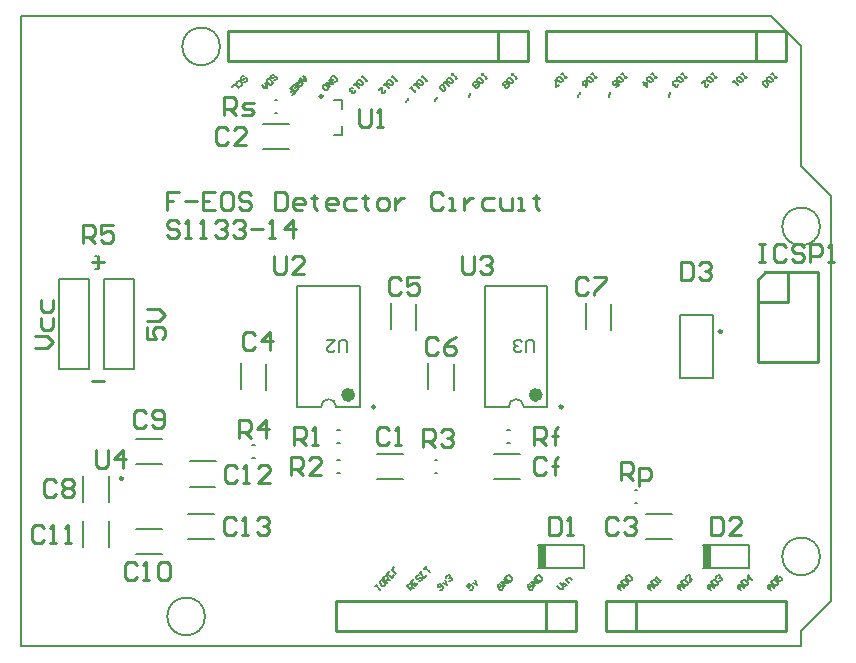
<source format=gto>
G04*
G04 #@! TF.GenerationSoftware,Altium Limited,Altium Designer,20.0.12 (288)*
G04*
G04 Layer_Color=65535*
%FSLAX25Y25*%
%MOIN*%
G70*
G01*
G75*
%ADD10C,0.00984*%
%ADD11C,0.00787*%
%ADD12C,0.02362*%
%ADD13C,0.01000*%
%ADD14C,0.00500*%
%ADD15R,0.03150X0.07480*%
%ADD16C,0.00700*%
D10*
X233563Y105000D02*
G03*
X233563Y105000I-492J0D01*
G01*
X33937Y56004D02*
G03*
X33937Y56004I-492J0D01*
G01*
X100492Y183346D02*
G03*
X100492Y183346I-492J0D01*
G01*
X180492Y79882D02*
G03*
X180492Y79882I-492J0D01*
G01*
X117992D02*
G03*
X117992Y79882I-492J0D01*
G01*
D11*
X167500Y79921D02*
G03*
X162500Y79921I-2500J0D01*
G01*
X105000D02*
G03*
X100000Y79921I-2500J0D01*
G01*
X24487Y125711D02*
X25274D01*
X24487Y130239D02*
X25274D01*
X219488Y89488D02*
Y110512D01*
X230512Y89488D02*
Y110512D01*
X219488Y89488D02*
X230512D01*
X219488Y110512D02*
X230512D01*
X105354Y72264D02*
X106142D01*
X105354Y67736D02*
X106142D01*
X27500Y122500D02*
X37500D01*
Y92500D02*
Y122500D01*
X27500Y92500D02*
X37500D01*
X27500D02*
Y122500D01*
X12500D02*
X22500D01*
Y92500D02*
Y122500D01*
X12500Y92500D02*
X22500D01*
X12500D02*
Y122500D01*
X123268Y105669D02*
Y114331D01*
X131763Y105648D02*
Y114310D01*
X135768Y85669D02*
Y94331D01*
X144263Y85648D02*
Y94310D01*
X188268Y105669D02*
Y114331D01*
X196763Y105648D02*
Y114310D01*
X77106Y67264D02*
X77894D01*
X77106Y62736D02*
X77894D01*
X204606Y47736D02*
X205394D01*
X204606Y52264D02*
X205394D01*
X208169Y35768D02*
X216831D01*
X208190Y44262D02*
X216852D01*
X38190Y39263D02*
X46852D01*
X38169Y30768D02*
X46831D01*
X29263Y48148D02*
Y56810D01*
X20768Y48169D02*
Y56831D01*
X20738Y33190D02*
Y41852D01*
X29232Y33169D02*
Y41831D01*
X56143Y61762D02*
X64805D01*
X56122Y53268D02*
X64784D01*
X55690Y44262D02*
X64352D01*
X55669Y35768D02*
X64331D01*
X104134Y182165D02*
X106890D01*
Y179016D02*
Y182165D01*
X104134Y170354D02*
X106890D01*
Y173504D01*
X84606Y177736D02*
X85394D01*
X84606Y182264D02*
X85394D01*
X80648Y165737D02*
X89310D01*
X80669Y174232D02*
X89331D01*
X162106Y67736D02*
X162894D01*
X162106Y72264D02*
X162894D01*
X157738Y64262D02*
X166399D01*
X157717Y55768D02*
X166378D01*
X105354Y57736D02*
X106142D01*
X105354Y62264D02*
X106142D01*
X118601Y55738D02*
X127262D01*
X118622Y64232D02*
X127284D01*
X187677Y26260D02*
Y33740D01*
X172323Y26260D02*
X187677D01*
X172323Y33740D02*
X187677D01*
X242677Y26260D02*
Y33740D01*
X227323Y26260D02*
X242677D01*
X227323Y33740D02*
X242677D01*
X175433Y79921D02*
Y120079D01*
X154567Y79921D02*
Y120079D01*
X167500Y79921D02*
X175433D01*
X154567D02*
X162500D01*
X154567Y120079D02*
X175433D01*
X112933Y79921D02*
Y120079D01*
X92067Y79921D02*
Y120079D01*
X105000Y79921D02*
X112933D01*
X92067D02*
X100000D01*
X92067Y120079D02*
X112933D01*
X137854Y57736D02*
X138642D01*
X137854Y62264D02*
X138642D01*
X81762Y85648D02*
Y94310D01*
X73268Y85669D02*
Y94331D01*
X38190Y69262D02*
X46852D01*
X38169Y60768D02*
X46831D01*
D12*
X172677Y83858D02*
G03*
X172677Y83858I-1181J0D01*
G01*
X110177D02*
G03*
X110177Y83858I-1181J0D01*
G01*
D13*
X195000Y10000D02*
Y15000D01*
X205000D01*
Y5000D02*
X255000D01*
Y15000D01*
X205000D02*
X255000D01*
X205000Y5000D02*
Y15000D01*
X195000Y5000D02*
X205000D01*
X195000D02*
Y10000D01*
X169000Y195000D02*
Y205000D01*
X159000Y195000D02*
X169000D01*
X159000D02*
Y205000D01*
X69000D02*
X159000D01*
X69000Y195000D02*
Y205000D01*
Y195000D02*
X159000D01*
Y205000D02*
X169000D01*
X255000Y195000D02*
Y205000D01*
X175000Y195000D02*
X255000D01*
X175000D02*
Y205000D01*
X255000D01*
X245000Y195000D02*
Y205000D01*
X185000Y5000D02*
Y15000D01*
X105000Y5000D02*
X185000D01*
X105000D02*
Y15000D01*
X185000D01*
X175000Y5000D02*
Y15000D01*
X245551Y94803D02*
X265551D01*
Y124803D01*
X245551Y114803D02*
X255551D01*
Y124803D01*
X245551Y94803D02*
Y122303D01*
X248051Y124803D01*
X265551D01*
X52499Y151596D02*
X48500D01*
Y148597D01*
X50499D01*
X48500D01*
Y145598D01*
X54498Y148597D02*
X58497D01*
X64495Y151596D02*
X60496D01*
Y145598D01*
X64495D01*
X60496Y148597D02*
X62495D01*
X69493Y151596D02*
X67494D01*
X66494Y150596D01*
Y146597D01*
X67494Y145598D01*
X69493D01*
X70493Y146597D01*
Y150596D01*
X69493Y151596D01*
X76491Y150596D02*
X75491Y151596D01*
X73492D01*
X72492Y150596D01*
Y149596D01*
X73492Y148597D01*
X75491D01*
X76491Y147597D01*
Y146597D01*
X75491Y145598D01*
X73492D01*
X72492Y146597D01*
X84488Y151596D02*
Y145598D01*
X87487D01*
X88487Y146597D01*
Y150596D01*
X87487Y151596D01*
X84488D01*
X93485Y145598D02*
X91486D01*
X90486Y146597D01*
Y148597D01*
X91486Y149596D01*
X93485D01*
X94485Y148597D01*
Y147597D01*
X90486D01*
X97484Y150596D02*
Y149596D01*
X96485D01*
X98484D01*
X97484D01*
Y146597D01*
X98484Y145598D01*
X104482D02*
X102482D01*
X101483Y146597D01*
Y148597D01*
X102482Y149596D01*
X104482D01*
X105482Y148597D01*
Y147597D01*
X101483D01*
X111480Y149596D02*
X108481D01*
X107481Y148597D01*
Y146597D01*
X108481Y145598D01*
X111480D01*
X114479Y150596D02*
Y149596D01*
X113479D01*
X115478D01*
X114479D01*
Y146597D01*
X115478Y145598D01*
X119477D02*
X121476D01*
X122476Y146597D01*
Y148597D01*
X121476Y149596D01*
X119477D01*
X118477Y148597D01*
Y146597D01*
X119477Y145598D01*
X124475Y149596D02*
Y145598D01*
Y147597D01*
X125475Y148597D01*
X126475Y149596D01*
X127474D01*
X140470Y150596D02*
X139471Y151596D01*
X137471D01*
X136471Y150596D01*
Y146597D01*
X137471Y145598D01*
X139471D01*
X140470Y146597D01*
X142470Y145598D02*
X144469D01*
X143469D01*
Y149596D01*
X142470D01*
X147468D02*
Y145598D01*
Y147597D01*
X148468Y148597D01*
X149467Y149596D01*
X150467D01*
X157465D02*
X154466D01*
X153466Y148597D01*
Y146597D01*
X154466Y145598D01*
X157465D01*
X159464Y149596D02*
Y146597D01*
X160464Y145598D01*
X163463D01*
Y149596D01*
X165462Y145598D02*
X167462D01*
X166462D01*
Y149596D01*
X165462D01*
X171460Y150596D02*
Y149596D01*
X170460D01*
X172460D01*
X171460D01*
Y146597D01*
X172460Y145598D01*
X52499Y140998D02*
X51499Y141998D01*
X49500D01*
X48500Y140998D01*
Y139999D01*
X49500Y138999D01*
X51499D01*
X52499Y137999D01*
Y137000D01*
X51499Y136000D01*
X49500D01*
X48500Y137000D01*
X54498Y136000D02*
X56497D01*
X55498D01*
Y141998D01*
X54498Y140998D01*
X59496Y136000D02*
X61496D01*
X60496D01*
Y141998D01*
X59496Y140998D01*
X64495D02*
X65495Y141998D01*
X67494D01*
X68493Y140998D01*
Y139999D01*
X67494Y138999D01*
X66494D01*
X67494D01*
X68493Y137999D01*
Y137000D01*
X67494Y136000D01*
X65495D01*
X64495Y137000D01*
X70493Y140998D02*
X71493Y141998D01*
X73492D01*
X74492Y140998D01*
Y139999D01*
X73492Y138999D01*
X72492D01*
X73492D01*
X74492Y137999D01*
Y137000D01*
X73492Y136000D01*
X71493D01*
X70493Y137000D01*
X76491Y138999D02*
X80490D01*
X82489Y136000D02*
X84488D01*
X83489D01*
Y141998D01*
X82489Y140998D01*
X90486Y136000D02*
Y141998D01*
X87487Y138999D01*
X91486D01*
X20481Y134375D02*
Y140373D01*
X23480D01*
X24479Y139373D01*
Y137374D01*
X23480Y136374D01*
X20481D01*
X22480D02*
X24479Y134375D01*
X30477Y140373D02*
X26479D01*
Y137374D01*
X28478Y138374D01*
X29478D01*
X30477Y137374D01*
Y135375D01*
X29478Y134375D01*
X27479D01*
X26479Y135375D01*
X220002Y127999D02*
Y122001D01*
X223001D01*
X224000Y123001D01*
Y126999D01*
X223001Y127999D01*
X220002D01*
X226000Y126999D02*
X226999Y127999D01*
X228999D01*
X229998Y126999D01*
Y126000D01*
X228999Y125000D01*
X227999D01*
X228999D01*
X229998Y124000D01*
Y123001D01*
X228999Y122001D01*
X226999D01*
X226000Y123001D01*
X91001Y67001D02*
Y72999D01*
X94000D01*
X95000Y71999D01*
Y70000D01*
X94000Y69000D01*
X91001D01*
X93001D02*
X95000Y67001D01*
X96999D02*
X98999D01*
X97999D01*
Y72999D01*
X96999Y71999D01*
X23500Y88500D02*
X27499D01*
X23500Y127999D02*
X27499D01*
X25499Y129999D02*
Y126000D01*
X189000Y121999D02*
X188001Y122999D01*
X186001D01*
X185002Y121999D01*
Y118001D01*
X186001Y117001D01*
X188001D01*
X189000Y118001D01*
X191000Y122999D02*
X194998D01*
Y121999D01*
X191000Y118001D01*
Y117001D01*
X25002Y65499D02*
Y60501D01*
X26001Y59501D01*
X28001D01*
X29000Y60501D01*
Y65499D01*
X33999Y59501D02*
Y65499D01*
X31000Y62500D01*
X34998D01*
X84300Y130198D02*
Y125200D01*
X85300Y124200D01*
X87299D01*
X88299Y125200D01*
Y130198D01*
X94297Y124200D02*
X90298D01*
X94297Y128199D01*
Y129198D01*
X93297Y130198D01*
X91298D01*
X90298Y129198D01*
X146800Y130198D02*
Y125200D01*
X147800Y124200D01*
X149799D01*
X150799Y125200D01*
Y130198D01*
X152798Y129198D02*
X153798Y130198D01*
X155797D01*
X156797Y129198D01*
Y128199D01*
X155797Y127199D01*
X154797D01*
X155797D01*
X156797Y126199D01*
Y125200D01*
X155797Y124200D01*
X153798D01*
X152798Y125200D01*
X112635Y179259D02*
Y174260D01*
X113635Y173261D01*
X115634D01*
X116634Y174260D01*
Y179259D01*
X118633Y173261D02*
X120633D01*
X119633D01*
Y179259D01*
X118633Y178259D01*
X67502Y177001D02*
Y182999D01*
X70501D01*
X71500Y181999D01*
Y180000D01*
X70501Y179000D01*
X67502D01*
X69501D02*
X71500Y177001D01*
X73500D02*
X76499D01*
X77498Y178001D01*
X76499Y179000D01*
X74499D01*
X73500Y180000D01*
X74499Y181000D01*
X77498D01*
X200002Y55501D02*
Y61499D01*
X203001D01*
X204000Y60499D01*
Y58500D01*
X203001Y57500D01*
X200002D01*
X202001D02*
X204000Y55501D01*
X206000Y53501D02*
Y59499D01*
X208999D01*
X209998Y58500D01*
Y56500D01*
X208999Y55501D01*
X206000D01*
X171001Y67001D02*
Y72999D01*
X174000D01*
X175000Y71999D01*
Y70000D01*
X174000Y69000D01*
X171001D01*
X173001D02*
X175000Y67001D01*
X177999D02*
Y71999D01*
Y70000D01*
X176999D01*
X178999D01*
X177999D01*
Y71999D01*
X178999Y72999D01*
X72502Y69501D02*
Y75499D01*
X75501D01*
X76500Y74499D01*
Y72500D01*
X75501Y71500D01*
X72502D01*
X74501D02*
X76500Y69501D01*
X81499D02*
Y75499D01*
X78500Y72500D01*
X82498D01*
X90002Y57001D02*
Y62999D01*
X93001D01*
X94000Y61999D01*
Y60000D01*
X93001Y59000D01*
X90002D01*
X92001D02*
X94000Y57001D01*
X99998D02*
X96000D01*
X99998Y61000D01*
Y61999D01*
X98999Y62999D01*
X96999D01*
X96000Y61999D01*
X133800Y66400D02*
Y72398D01*
X136799D01*
X137799Y71398D01*
Y69399D01*
X136799Y68399D01*
X133800D01*
X135799D02*
X137799Y66400D01*
X139798Y71398D02*
X140798Y72398D01*
X142797D01*
X143797Y71398D01*
Y70399D01*
X142797Y69399D01*
X141797D01*
X142797D01*
X143797Y68399D01*
Y67400D01*
X142797Y66400D01*
X140798D01*
X139798Y67400D01*
X4501Y99503D02*
X8500D01*
X10499Y101502D01*
X8500Y103501D01*
X4501D01*
X6500Y109499D02*
Y106500D01*
X7500Y105501D01*
X9499D01*
X10499Y106500D01*
Y109499D01*
X6500Y115497D02*
Y112498D01*
X7500Y111499D01*
X9499D01*
X10499Y112498D01*
Y115497D01*
X42001Y106500D02*
Y102502D01*
X45000D01*
X44000Y104501D01*
Y105501D01*
X45000Y106500D01*
X46999D01*
X47999Y105501D01*
Y103501D01*
X46999Y102502D01*
X42001Y108500D02*
X46000D01*
X47999Y110499D01*
X46000Y112498D01*
X42001D01*
X230002Y42999D02*
Y37001D01*
X233001D01*
X234000Y38001D01*
Y41999D01*
X233001Y42999D01*
X230002D01*
X239998Y37001D02*
X236000D01*
X239998Y41000D01*
Y41999D01*
X238999Y42999D01*
X236999D01*
X236000Y41999D01*
X176001Y42999D02*
Y37001D01*
X179000D01*
X180000Y38001D01*
Y41999D01*
X179000Y42999D01*
X176001D01*
X181999Y37001D02*
X183999D01*
X182999D01*
Y42999D01*
X181999Y41999D01*
X175000Y61999D02*
X174000Y62999D01*
X172001D01*
X171001Y61999D01*
Y58001D01*
X172001Y57001D01*
X174000D01*
X175000Y58001D01*
X177999Y57001D02*
Y61999D01*
Y60000D01*
X176999D01*
X178999D01*
X177999D01*
Y61999D01*
X178999Y62999D01*
X69000Y171999D02*
X68001Y172999D01*
X66001D01*
X65002Y171999D01*
Y168001D01*
X66001Y167001D01*
X68001D01*
X69000Y168001D01*
X74998Y167001D02*
X71000D01*
X74998Y171000D01*
Y171999D01*
X73999Y172999D01*
X71999D01*
X71000Y171999D01*
X71501Y41999D02*
X70502Y42999D01*
X68502D01*
X67502Y41999D01*
Y38001D01*
X68502Y37001D01*
X70502D01*
X71501Y38001D01*
X73501Y37001D02*
X75500D01*
X74500D01*
Y42999D01*
X73501Y41999D01*
X78499D02*
X79499Y42999D01*
X81498D01*
X82498Y41999D01*
Y41000D01*
X81498Y40000D01*
X80498D01*
X81498D01*
X82498Y39000D01*
Y38001D01*
X81498Y37001D01*
X79499D01*
X78499Y38001D01*
X71954Y59499D02*
X70954Y60499D01*
X68955D01*
X67955Y59499D01*
Y55501D01*
X68955Y54501D01*
X70954D01*
X71954Y55501D01*
X73953Y54501D02*
X75953D01*
X74953D01*
Y60499D01*
X73953Y59499D01*
X82950Y54501D02*
X78952D01*
X82950Y58500D01*
Y59499D01*
X81951Y60499D01*
X79951D01*
X78952Y59499D01*
X7501Y39499D02*
X6501Y40499D01*
X4502D01*
X3502Y39499D01*
Y35501D01*
X4502Y34501D01*
X6501D01*
X7501Y35501D01*
X9500Y34501D02*
X11500D01*
X10500D01*
Y40499D01*
X9500Y39499D01*
X14499Y34501D02*
X16498D01*
X15498D01*
Y40499D01*
X14499Y39499D01*
X38548Y26999D02*
X37549Y27999D01*
X35549D01*
X34550Y26999D01*
Y23001D01*
X35549Y22001D01*
X37549D01*
X38548Y23001D01*
X40548Y22001D02*
X42547D01*
X41547D01*
Y27999D01*
X40548Y26999D01*
X45546D02*
X46546Y27999D01*
X48545D01*
X49545Y26999D01*
Y23001D01*
X48545Y22001D01*
X46546D01*
X45546Y23001D01*
Y26999D01*
X41599Y77698D02*
X40599Y78698D01*
X38600D01*
X37600Y77698D01*
Y73700D01*
X38600Y72700D01*
X40599D01*
X41599Y73700D01*
X43598D02*
X44598Y72700D01*
X46597D01*
X47597Y73700D01*
Y77698D01*
X46597Y78698D01*
X44598D01*
X43598Y77698D01*
Y76699D01*
X44598Y75699D01*
X47597D01*
X11500Y54952D02*
X10501Y55952D01*
X8501D01*
X7502Y54952D01*
Y50953D01*
X8501Y49954D01*
X10501D01*
X11500Y50953D01*
X13500Y54952D02*
X14499Y55952D01*
X16499D01*
X17498Y54952D01*
Y53952D01*
X16499Y52953D01*
X17498Y51953D01*
Y50953D01*
X16499Y49954D01*
X14499D01*
X13500Y50953D01*
Y51953D01*
X14499Y52953D01*
X13500Y53952D01*
Y54952D01*
X14499Y52953D02*
X16499D01*
X126500Y121999D02*
X125501Y122999D01*
X123501D01*
X122502Y121999D01*
Y118001D01*
X123501Y117001D01*
X125501D01*
X126500Y118001D01*
X132498Y122999D02*
X128500D01*
Y120000D01*
X130499Y121000D01*
X131499D01*
X132498Y120000D01*
Y118001D01*
X131499Y117001D01*
X129499D01*
X128500Y118001D01*
X77899Y103898D02*
X76899Y104898D01*
X74900D01*
X73900Y103898D01*
Y99900D01*
X74900Y98900D01*
X76899D01*
X77899Y99900D01*
X82897Y98900D02*
Y104898D01*
X79898Y101899D01*
X83897D01*
X199000Y41999D02*
X198001Y42999D01*
X196001D01*
X195002Y41999D01*
Y38001D01*
X196001Y37001D01*
X198001D01*
X199000Y38001D01*
X201000Y41999D02*
X201999Y42999D01*
X203999D01*
X204998Y41999D01*
Y41000D01*
X203999Y40000D01*
X202999D01*
X203999D01*
X204998Y39000D01*
Y38001D01*
X203999Y37001D01*
X201999D01*
X201000Y38001D01*
X139000Y101999D02*
X138001Y102999D01*
X136001D01*
X135002Y101999D01*
Y98001D01*
X136001Y97001D01*
X138001D01*
X139000Y98001D01*
X144998Y102999D02*
X142999Y101999D01*
X141000Y100000D01*
Y98001D01*
X141999Y97001D01*
X143999D01*
X144998Y98001D01*
Y99000D01*
X143999Y100000D01*
X141000D01*
X122500Y71999D02*
X121500Y72999D01*
X119501D01*
X118501Y71999D01*
Y68001D01*
X119501Y67001D01*
X121500D01*
X122500Y68001D01*
X124499Y67001D02*
X126499D01*
X125499D01*
Y72999D01*
X124499Y71999D01*
X246001Y134251D02*
X248001D01*
X247001D01*
Y128253D01*
X246001D01*
X248001D01*
X254998Y133252D02*
X253999Y134251D01*
X251999D01*
X251000Y133252D01*
Y129253D01*
X251999Y128253D01*
X253999D01*
X254998Y129253D01*
X260996Y133252D02*
X259997Y134251D01*
X257997D01*
X256998Y133252D01*
Y132252D01*
X257997Y131252D01*
X259997D01*
X260996Y130252D01*
Y129253D01*
X259997Y128253D01*
X257997D01*
X256998Y129253D01*
X262996Y128253D02*
Y134251D01*
X265995D01*
X266994Y133252D01*
Y131252D01*
X265995Y130252D01*
X262996D01*
X268994Y128253D02*
X270993D01*
X269993D01*
Y134251D01*
X268994Y133252D01*
D14*
X94000Y190293D02*
X94942Y189350D01*
Y188408D01*
X94000D01*
X93058Y189350D01*
X93764Y188644D01*
X94707Y189586D01*
X92586Y188879D02*
X94000Y187465D01*
X93293Y186758D01*
X92822D01*
X92351Y187230D01*
Y187701D01*
X93058Y188408D01*
X92586Y187937D02*
X91644D01*
Y185109D02*
X92586Y186052D01*
X91172Y187465D01*
X90230Y186523D01*
X91879Y186758D02*
X91408Y186287D01*
X90230Y183695D02*
X91172Y184638D01*
X90466Y185345D01*
X89994Y184873D01*
X90466Y185345D01*
X89759Y186052D01*
X104236Y188172D02*
X104707D01*
X105178Y188644D01*
X105178Y189115D01*
X104236Y190057D01*
X103764D01*
X103293Y189586D01*
X103293Y189115D01*
X103764Y188644D01*
X104236Y189115D01*
X102586Y188879D02*
X104000Y187465D01*
X101644Y187937D01*
X103058Y186523D01*
X102586Y186052D02*
X101172Y187465D01*
X100466Y186758D01*
X100466Y186287D01*
X101408Y185345D01*
X101879D01*
X102586Y186052D01*
X115414Y188879D02*
X114943Y188408D01*
X115178Y188644D01*
X113764Y190057D01*
X114000Y190293D01*
X113529Y189822D01*
X113529Y186994D02*
X114000Y187465D01*
X114000Y187937D01*
X113057Y188879D01*
X112586D01*
X112115Y188408D01*
Y187937D01*
X113057Y186994D01*
X113529D01*
X111408Y187701D02*
X110937Y187230D01*
X111172Y187465D01*
X112586Y186052D01*
X112586Y186523D01*
X111408Y185345D02*
Y184873D01*
X110937Y184402D01*
X110466D01*
X110230Y184638D01*
Y185109D01*
X110466Y185345D01*
X110230Y185109D01*
X109759Y185109D01*
X109523Y185345D01*
X109523Y185816D01*
X109994Y186287D01*
X110466D01*
X125414Y188879D02*
X124943Y188408D01*
X125178Y188644D01*
X123764Y190057D01*
X124000Y190293D01*
X123529Y189822D01*
X123529Y186994D02*
X124000Y187465D01*
X124000Y187937D01*
X123057Y188879D01*
X122586D01*
X122115Y188408D01*
Y187937D01*
X123057Y186994D01*
X123529D01*
X121408Y187701D02*
X120937Y187230D01*
X121172Y187465D01*
X122586Y186052D01*
X122586Y186523D01*
X119288Y185580D02*
X120230Y186523D01*
Y184638D01*
X120466Y184402D01*
X120937D01*
X121408Y184873D01*
Y185345D01*
X135414Y188879D02*
X134942Y188408D01*
X135178Y188644D01*
X133764Y190057D01*
X134000Y190293D01*
X133529Y189822D01*
X133529Y186994D02*
X134000Y187465D01*
X134000Y187937D01*
X133057Y188879D01*
X132586D01*
X132115Y188408D01*
Y187937D01*
X133057Y186994D01*
X133529D01*
X131408Y187701D02*
X130937Y187230D01*
X131173Y187465D01*
X132586Y186052D01*
X132586Y186523D01*
X130230D02*
X129759Y186052D01*
X129994Y186287D01*
X131408Y184873D01*
Y185345D01*
X128816Y182753D02*
X128816Y182282D01*
X128345Y181810D01*
X128345Y181339D01*
X145414Y189586D02*
X144942Y189115D01*
X145178Y189351D01*
X143764Y190764D01*
X144000Y191000D01*
X143529Y190529D01*
X143529Y187701D02*
X144000Y188172D01*
X144000Y188644D01*
X143058Y189586D01*
X142586D01*
X142115Y189115D01*
Y188644D01*
X143058Y187701D01*
X143529D01*
X141408Y188408D02*
X140937Y187937D01*
X141173Y188172D01*
X142586Y186759D01*
X142586Y187230D01*
X141408Y186052D02*
Y185581D01*
X140937Y185109D01*
X140466D01*
X139523Y186052D01*
X139523Y186523D01*
X139994Y186994D01*
X140466D01*
X141408Y186052D01*
X138581Y183224D02*
X138581Y182753D01*
X138109Y182282D01*
X138109Y181811D01*
X155414Y189586D02*
X154943Y189115D01*
X155178Y189351D01*
X153764Y190764D01*
X154000Y191000D01*
X153529Y190529D01*
X153529Y187701D02*
X154000Y188172D01*
X154000Y188644D01*
X153058Y189586D01*
X152586D01*
X152115Y189115D01*
Y188644D01*
X153058Y187701D01*
X153529D01*
X151644Y188172D02*
X151172D01*
X150701Y187701D01*
X150701Y187230D01*
X151644Y186287D01*
X152115D01*
X152586Y186759D01*
X152586Y187230D01*
X152351Y187466D01*
X151879Y187466D01*
X151172Y186759D01*
X149759Y184403D02*
X149759Y183931D01*
X149287Y183460D01*
X149287Y182989D01*
X165414Y189586D02*
X164943Y189115D01*
X165178Y189351D01*
X163764Y190764D01*
X164000Y191000D01*
X163529Y190529D01*
X163529Y187701D02*
X164000Y188172D01*
X164000Y188644D01*
X163057Y189586D01*
X162586D01*
X162115Y189115D01*
Y188644D01*
X163057Y187701D01*
X163529D01*
X162586Y187230D02*
X162586Y186759D01*
X162115Y186287D01*
X161644D01*
X161408Y186523D01*
Y186994D01*
X160937Y186994D01*
X160701Y187230D01*
X160701Y187701D01*
X161172Y188172D01*
X161644D01*
X161879Y187937D01*
Y187466D01*
X162351Y187466D01*
X162586Y187230D01*
X161879Y187466D02*
X161408Y186994D01*
X181914Y189879D02*
X181442Y189408D01*
X181678Y189644D01*
X180264Y191057D01*
X180500Y191293D01*
X180029Y190822D01*
X180029Y187994D02*
X180500Y188465D01*
X180500Y188937D01*
X179558Y189879D01*
X179086D01*
X178615Y189408D01*
Y188937D01*
X179558Y187994D01*
X180029D01*
X179322Y187287D02*
X178379Y186345D01*
X178144Y186580D01*
Y188465D01*
X177908Y188701D01*
X191914Y189879D02*
X191443Y189408D01*
X191678Y189644D01*
X190264Y191057D01*
X190500Y191293D01*
X190029Y190822D01*
X190029Y187994D02*
X190500Y188465D01*
X190500Y188937D01*
X189558Y189879D01*
X189086D01*
X188615Y189408D01*
Y188937D01*
X189558Y187994D01*
X190029D01*
X188379Y186345D02*
X188615Y187052D01*
Y187994D01*
X188144Y188465D01*
X187672D01*
X187201Y187994D01*
X187201Y187523D01*
X187437Y187287D01*
X187908Y187287D01*
X188615Y187994D01*
X186259Y184695D02*
X186259Y184224D01*
X185787Y183753D01*
X185787Y183282D01*
X201914Y189879D02*
X201443Y189408D01*
X201678Y189644D01*
X200264Y191057D01*
X200500Y191293D01*
X200029Y190822D01*
X200029Y187994D02*
X200500Y188465D01*
X200500Y188937D01*
X199557Y189879D01*
X199086D01*
X198615Y189408D01*
Y188937D01*
X199557Y187994D01*
X200029D01*
X198379Y186345D02*
X199322Y187287D01*
X198615Y187994D01*
X198379Y187287D01*
X198144Y187052D01*
X197672D01*
X197201Y187523D01*
X197201Y187994D01*
X197672Y188465D01*
X198144D01*
X196259Y184695D02*
X196259Y184224D01*
X195788Y183753D01*
X195788Y183282D01*
X211914Y189879D02*
X211442Y189408D01*
X211678Y189644D01*
X210264Y191057D01*
X210500Y191293D01*
X210029Y190822D01*
X210029Y187994D02*
X210500Y188465D01*
X210500Y188937D01*
X209558Y189879D01*
X209086D01*
X208615Y189408D01*
Y188937D01*
X209558Y187994D01*
X210029D01*
X207201D02*
X208615Y186580D01*
Y187994D01*
X207673Y187052D01*
X221914Y189879D02*
X221443Y189408D01*
X221678Y189644D01*
X220264Y191057D01*
X220500Y191293D01*
X220029Y190822D01*
X220029Y187994D02*
X220500Y188465D01*
X220500Y188937D01*
X219557Y189879D01*
X219086D01*
X218615Y189408D01*
Y188937D01*
X219557Y187994D01*
X220029D01*
X219086Y187523D02*
X219086Y187052D01*
X218615Y186580D01*
X218144D01*
X217908Y186816D01*
Y187287D01*
X218144Y187523D01*
X217908Y187287D01*
X217437Y187287D01*
X217201Y187523D01*
X217201Y187994D01*
X217672Y188465D01*
X218144D01*
X216259Y184695D02*
X216259Y184224D01*
X215788Y183753D01*
X215788Y183282D01*
X231914Y189879D02*
X231442Y189408D01*
X231678Y189644D01*
X230264Y191057D01*
X230500Y191293D01*
X230029Y190822D01*
X230029Y187994D02*
X230500Y188465D01*
X230500Y188937D01*
X229557Y189879D01*
X229086D01*
X228615Y189408D01*
Y188937D01*
X229557Y187994D01*
X230029D01*
X226966Y187759D02*
X227908Y188701D01*
Y186816D01*
X228144Y186580D01*
X228615D01*
X229086Y187052D01*
X229086Y187523D01*
X241914Y189879D02*
X241442Y189408D01*
X241678Y189644D01*
X240264Y191057D01*
X240500Y191293D01*
X240029Y190822D01*
X240029Y187994D02*
X240500Y188465D01*
X240500Y188937D01*
X239558Y189879D01*
X239086D01*
X238615Y189408D01*
Y188937D01*
X239558Y187994D01*
X240029D01*
X237908Y188701D02*
X237437Y188230D01*
X237672Y188465D01*
X239086Y187052D01*
X239086Y187523D01*
X251914Y189879D02*
X251443Y189408D01*
X251678Y189644D01*
X250264Y191057D01*
X250500Y191293D01*
X250029Y190822D01*
X250029Y187994D02*
X250500Y188465D01*
X250500Y188937D01*
X249557Y189879D01*
X249086D01*
X248615Y189408D01*
Y188937D01*
X249557Y187994D01*
X250029D01*
X249086Y187523D02*
X249086Y187052D01*
X248615Y186580D01*
X248144D01*
X247201Y187523D01*
X247201Y187994D01*
X247673Y188465D01*
X248144D01*
X249086Y187523D01*
X250000Y18707D02*
X249058Y19650D01*
Y20592D01*
X250000D01*
X250942Y19650D01*
X250236Y20357D01*
X249293Y19414D01*
X250000Y21535D02*
X251414Y20121D01*
X252121Y20828D01*
Y21299D01*
X251178Y22242D01*
X250707D01*
X250000Y21535D01*
X252356Y23891D02*
X251414Y22948D01*
X252121Y22242D01*
X252356Y22948D01*
X252592Y23184D01*
X253063D01*
X253534Y22713D01*
X253534Y22242D01*
X253063Y21770D01*
X252592D01*
X240000Y18707D02*
X239057Y19650D01*
Y20592D01*
X240000D01*
X240943Y19650D01*
X240236Y20357D01*
X239293Y19414D01*
X240000Y21535D02*
X241414Y20121D01*
X242121Y20828D01*
Y21299D01*
X241178Y22242D01*
X240707D01*
X240000Y21535D01*
X243534Y22242D02*
X242121Y23655D01*
Y22242D01*
X243063Y23184D01*
X230000Y18707D02*
X229058Y19650D01*
Y20592D01*
X230000D01*
X230943Y19650D01*
X230236Y20357D01*
X229293Y19414D01*
X230000Y21535D02*
X231414Y20121D01*
X232121Y20828D01*
Y21299D01*
X231178Y22242D01*
X230707D01*
X230000Y21535D01*
X231649Y22713D02*
Y23184D01*
X232121Y23655D01*
X232592D01*
X232827Y23420D01*
Y22948D01*
X232592Y22713D01*
X232827Y22948D01*
X233299Y22948D01*
X233534Y22713D01*
X233534Y22242D01*
X233063Y21770D01*
X232592D01*
X220000Y18707D02*
X219057Y19650D01*
Y20592D01*
X220000D01*
X220942Y19650D01*
X220236Y20357D01*
X219293Y19414D01*
X220000Y21535D02*
X221414Y20121D01*
X222121Y20828D01*
Y21299D01*
X221178Y22242D01*
X220707D01*
X220000Y21535D01*
X223770Y22477D02*
X222828Y21535D01*
Y23420D01*
X222592Y23655D01*
X222121D01*
X221649Y23184D01*
Y22713D01*
X210000Y18707D02*
X209057Y19650D01*
Y20592D01*
X210000D01*
X210943Y19650D01*
X210236Y20357D01*
X209293Y19414D01*
X210000Y21535D02*
X211414Y20121D01*
X212121Y20828D01*
Y21299D01*
X211178Y22242D01*
X210707D01*
X210000Y21535D01*
X212827D02*
X213299Y22006D01*
X213063Y21770D01*
X211649Y23184D01*
Y22713D01*
X200000Y18707D02*
X199057Y19650D01*
Y20592D01*
X200000D01*
X200942Y19650D01*
X200236Y20357D01*
X199293Y19414D01*
X200000Y21535D02*
X201414Y20121D01*
X202121Y20828D01*
Y21299D01*
X201178Y22242D01*
X200707D01*
X200000Y21535D01*
X201649Y22713D02*
Y23184D01*
X202121Y23655D01*
X202592D01*
X203534Y22713D01*
X203534Y22242D01*
X203063Y21770D01*
X202592D01*
X201649Y22713D01*
X178586Y20121D02*
X179529Y19178D01*
X180471D01*
Y20121D01*
X179529Y21063D01*
X181414Y20121D02*
X181885Y20592D01*
X181649Y20357D01*
X180707Y21299D01*
X180471Y21063D01*
X182592Y21299D02*
X181649Y22242D01*
X182356Y22948D01*
X182827D01*
X183534Y22242D01*
X169764Y20828D02*
X169293D01*
X168822Y20357D01*
X168822Y19885D01*
X169764Y18943D01*
X170236D01*
X170707Y19414D01*
X170707Y19885D01*
X170236Y20357D01*
X169764Y19885D01*
X171414Y20121D02*
X170000Y21535D01*
X172356Y21063D01*
X170942Y22477D01*
X171414Y22948D02*
X172827Y21535D01*
X173534Y22242D01*
X173534Y22713D01*
X172592Y23655D01*
X172121D01*
X171414Y22948D01*
X159764Y20828D02*
X159293D01*
X158822Y20357D01*
X158822Y19885D01*
X159764Y18943D01*
X160236D01*
X160707Y19414D01*
X160707Y19885D01*
X160236Y20357D01*
X159764Y19885D01*
X161414Y20121D02*
X160000Y21535D01*
X162356Y21063D01*
X160942Y22477D01*
X161414Y22948D02*
X162828Y21535D01*
X163534Y22242D01*
X163534Y22713D01*
X162592Y23655D01*
X162121D01*
X161414Y22948D01*
X149529Y21063D02*
X148586Y20121D01*
X149293Y19414D01*
X149529Y20121D01*
X149764Y20357D01*
X150236D01*
X150707Y19885D01*
X150707Y19414D01*
X150236Y18943D01*
X149764D01*
X150471Y21063D02*
X151885Y20592D01*
X151414Y22006D01*
X138822Y19885D02*
X138822Y20357D01*
X139293Y20828D01*
X139764D01*
X140000Y20592D01*
Y20121D01*
X139764Y19885D01*
X140000Y20121D01*
X140471Y20121D01*
X140707Y19885D01*
X140707Y19414D01*
X140236Y18943D01*
X139764D01*
X140471Y21063D02*
X141885Y20592D01*
X141414Y22006D01*
X141649Y22713D02*
Y23184D01*
X142121Y23655D01*
X142592D01*
X142827Y23420D01*
Y22948D01*
X142592Y22713D01*
X142827Y22948D01*
X143299Y22948D01*
X143534Y22713D01*
X143534Y22242D01*
X143063Y21770D01*
X142592D01*
X130000Y18707D02*
X128586Y20121D01*
X129293Y20828D01*
X129764D01*
X130236Y20357D01*
X130236Y19885D01*
X129529Y19178D01*
X130000Y19650D02*
X130942D01*
Y22477D02*
X130000Y21535D01*
X131414Y20121D01*
X132356Y21063D01*
X130707Y20828D02*
X131178Y21299D01*
X132592Y23655D02*
X132121D01*
X131649Y23184D01*
Y22713D01*
X131885Y22477D01*
X132356Y22477D01*
X132827Y22948D01*
X133299Y22948D01*
X133534Y22713D01*
X133534Y22242D01*
X133063Y21770D01*
X132592D01*
X133770Y25305D02*
X132827Y24362D01*
X134241Y22948D01*
X135184Y23891D01*
X133534Y23655D02*
X134006Y24126D01*
X134241Y25776D02*
X135184Y26718D01*
X134713Y26247D01*
X136126Y24833D01*
X118086Y20121D02*
X118558Y20592D01*
X118322Y20357D01*
X119736Y18943D01*
X119500Y18707D01*
X119971Y19178D01*
X119971Y22006D02*
X119500Y21535D01*
X119500Y21063D01*
X120442Y20121D01*
X120914D01*
X121385Y20592D01*
Y21063D01*
X120442Y22006D01*
X119971D01*
X122092Y21299D02*
X120678Y22713D01*
X121385Y23420D01*
X121856D01*
X122327Y22948D01*
Y22477D01*
X121621Y21770D01*
X122092Y22242D02*
X123034D01*
Y25069D02*
X122092Y24126D01*
X123506Y22713D01*
X124448Y23655D01*
X122799Y23420D02*
X123270Y23891D01*
X124448Y26483D02*
X123506Y25540D01*
X124213Y24833D01*
X124684Y25305D01*
X124213Y24833D01*
X124919Y24126D01*
X84236Y188672D02*
X84707D01*
X85178Y189144D01*
X85178Y189615D01*
X84943Y189850D01*
X84471Y189850D01*
X84000Y189379D01*
X83529Y189379D01*
X83293Y189615D01*
X83293Y190086D01*
X83764Y190557D01*
X84236D01*
X84000Y187965D02*
X82586Y189379D01*
X81879Y188672D01*
Y188201D01*
X82822Y187259D01*
X83293D01*
X84000Y187965D01*
X81173D02*
X82115Y187023D01*
Y186080D01*
X81173D01*
X80230Y187023D01*
X80937Y186316D01*
X81879Y187259D01*
X74236Y188172D02*
X74707D01*
X75178Y188644D01*
X75178Y189115D01*
X74942Y189350D01*
X74471Y189350D01*
X74000Y188879D01*
X73529Y188879D01*
X73293Y189115D01*
X73293Y189586D01*
X73764Y190057D01*
X74236D01*
X72822Y186758D02*
X73293D01*
X73764Y187230D01*
X73764Y187701D01*
X72822Y188644D01*
X72351D01*
X71879Y188172D01*
Y187701D01*
X72586Y186052D02*
X71172Y187465D01*
X70230Y186523D01*
X266299Y140000D02*
G03*
X266299Y140000I-6299J0D01*
G01*
X61299Y10000D02*
G03*
X61299Y10000I-6299J0D01*
G01*
X266299Y30000D02*
G03*
X266299Y30000I-6299J0D01*
G01*
X66299Y200000D02*
G03*
X66299Y200000I-6299J0D01*
G01*
X0Y210000D02*
X250000D01*
X0Y0D02*
X260000D01*
X0D02*
Y210000D01*
X250000D02*
X260000Y200000D01*
Y160000D02*
Y200000D01*
Y160000D02*
X270000Y150000D01*
Y15000D02*
Y150000D01*
X260000Y5000D02*
X270000Y15000D01*
X260000Y0D02*
Y5000D01*
D15*
X173504Y30000D02*
D03*
X228504D02*
D03*
D16*
X171000Y98001D02*
Y101334D01*
X170334Y102000D01*
X169001D01*
X168334Y101334D01*
Y98001D01*
X167001Y98668D02*
X166335Y98001D01*
X165002D01*
X164336Y98668D01*
Y99334D01*
X165002Y100001D01*
X165668D01*
X165002D01*
X164336Y100667D01*
Y101334D01*
X165002Y102000D01*
X166335D01*
X167001Y101334D01*
X108500Y98001D02*
Y101334D01*
X107834Y102000D01*
X106501D01*
X105834Y101334D01*
Y98001D01*
X101836Y102000D02*
X104501D01*
X101836Y99334D01*
Y98668D01*
X102502Y98001D01*
X103835D01*
X104501Y98668D01*
M02*

</source>
